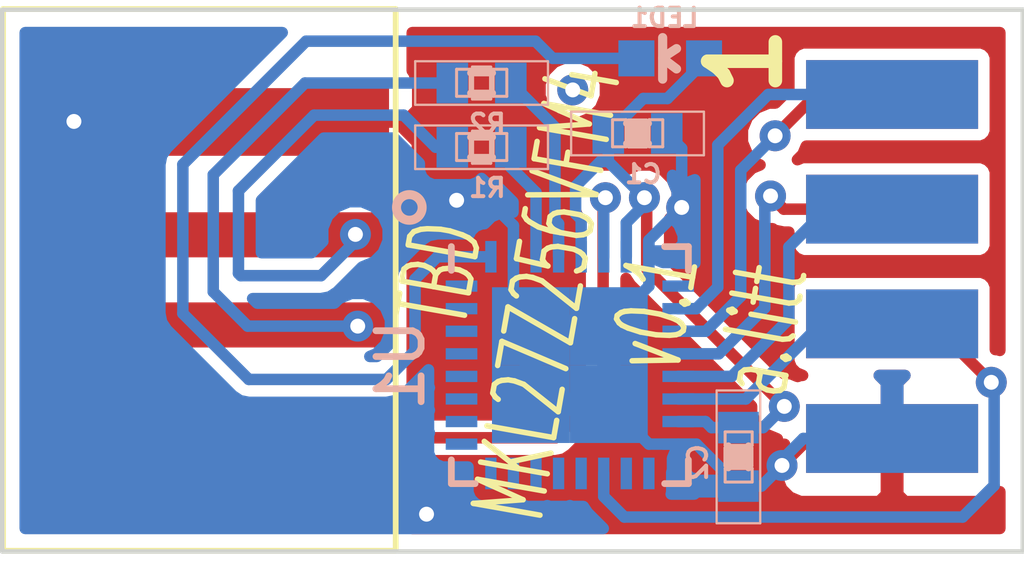
<source format=kicad_pcb>
(kicad_pcb (version 4) (host pcbnew "(2014-10-18 BZR 5203)-product")

  (general
    (links 28)
    (no_connects 0)
    (area 106.375999 88.849999 129.082001 100.951501)
    (thickness 1.6)
    (drawings 7)
    (tracks 180)
    (zones 0)
    (modules 8)
    (nets 15)
  )

  (page A4)
  (layers
    (0 F.Cu signal)
    (31 B.Cu signal)
    (32 B.Adhes user)
    (33 F.Adhes user)
    (34 B.Paste user)
    (35 F.Paste user)
    (36 B.SilkS user)
    (37 F.SilkS user)
    (38 B.Mask user)
    (39 F.Mask user)
    (40 Dwgs.User user)
    (41 Cmts.User user)
    (42 Eco1.User user)
    (43 Eco2.User user)
    (44 Edge.Cuts user)
    (45 Margin user)
    (46 B.CrtYd user)
    (47 F.CrtYd user)
    (48 B.Fab user)
    (49 F.Fab user)
  )

  (setup
    (last_trace_width 0.254)
    (trace_clearance 0.127)
    (zone_clearance 0.254)
    (zone_45_only no)
    (trace_min 0.254)
    (segment_width 0.2)
    (edge_width 0.1)
    (via_size 0.6858)
    (via_drill 0.3302)
    (via_min_size 0.6858)
    (via_min_drill 0.3302)
    (uvia_size 0.508)
    (uvia_drill 0.127)
    (uvias_allowed no)
    (uvia_min_size 0.508)
    (uvia_min_drill 0.127)
    (pcb_text_width 0.3)
    (pcb_text_size 1.5 1.5)
    (mod_edge_width 0.15)
    (mod_text_size 1 1)
    (mod_text_width 0.15)
    (pad_size 3.81 1.524)
    (pad_drill 0)
    (pad_to_mask_clearance 0)
    (aux_axis_origin 0 0)
    (visible_elements 7FFFFFFF)
    (pcbplotparams
      (layerselection 0x010f0_80000001)
      (usegerberextensions true)
      (excludeedgelayer true)
      (linewidth 0.100000)
      (plotframeref false)
      (viasonmask false)
      (mode 1)
      (useauxorigin false)
      (hpglpennumber 1)
      (hpglpenspeed 20)
      (hpglpendiameter 15)
      (hpglpenoverlay 2)
      (psnegative false)
      (psa4output false)
      (plotreference true)
      (plotvalue true)
      (plotinvisibletext false)
      (padsonsilk false)
      (subtractmaskfromsilk false)
      (outputformat 1)
      (mirror false)
      (drillshape 0)
      (scaleselection 1)
      (outputdirectory oshpark/))
  )

  (net 0 "")
  (net 1 +3.3V)
  (net 2 VSS)
  (net 3 "Net-(R1-Pad2)")
  (net 4 "Net-(R2-Pad2)")
  (net 5 LPUART0_RX)
  (net 6 SWD_CLK)
  (net 7 LPUART0_TX)
  (net 8 SWD_DIO)
  (net 9 /RESET)
  (net 10 /NMI)
  (net 11 "Net-(J1-Pad5V)")
  (net 12 "Net-(J1-PadDN)")
  (net 13 "Net-(J1-PadDP)")
  (net 14 "Net-(LED1-PadC)")

  (net_class Default "This is the default net class."
    (clearance 0.127)
    (trace_width 0.254)
    (via_dia 0.6858)
    (via_drill 0.3302)
    (uvia_dia 0.508)
    (uvia_drill 0.127)
    (add_net +3.3V)
    (add_net /NMI)
    (add_net /RESET)
    (add_net LPUART0_RX)
    (add_net LPUART0_TX)
    (add_net "Net-(J1-Pad5V)")
    (add_net "Net-(J1-PadDN)")
    (add_net "Net-(J1-PadDP)")
    (add_net "Net-(LED1-PadC)")
    (add_net "Net-(R1-Pad2)")
    (add_net "Net-(R2-Pad2)")
    (add_net SWD_CLK)
    (add_net SWD_DIO)
    (add_net VSS)
  )

  (module tbd:tbd_USB_A_PCB (layer F.Cu) (tedit 5500998B) (tstamp 54FF119C)
    (at 111.4425 94.886001)
    (path /54FE1B3E)
    (attr smd)
    (fp_text reference J1 (at -0.254 -5.2832) (layer F.SilkS) hide
      (effects (font (size 0.4064 0.4064) (thickness 0.0889)))
    )
    (fp_text value USBPCB (at -0.0508 4.8768) (layer F.SilkS) hide
      (effects (font (size 0.4064 0.4064) (thickness 0.0889)))
    )
    (fp_line (start -4.99872 -5.99948) (end 3.69824 -5.99948) (layer F.SilkS) (width 0.127))
    (fp_line (start 3.69824 -5.99948) (end 3.69824 5.99948) (layer F.SilkS) (width 0.127))
    (fp_line (start 3.69824 5.99948) (end -4.99872 5.99948) (layer F.SilkS) (width 0.127))
    (fp_line (start -4.99872 5.99948) (end -4.99872 -5.99948) (layer F.SilkS) (width 0.127))
    (pad 5V smd rect (at -0.19812 3.49758) (size 7.49808 1.4986) (layers F.Cu F.Paste F.Mask)
      (net 11 "Net-(J1-Pad5V)"))
    (pad GND smd rect (at -0.19812 -3.49758) (size 7.49808 1.4986) (layers F.Cu F.Paste F.Mask)
      (net 2 VSS))
    (pad DN smd rect (at 0.29972 0.99822) (size 6.49986 0.99822) (layers F.Cu F.Paste F.Mask)
      (net 12 "Net-(J1-PadDN)"))
    (pad DP smd rect (at 0.29972 -0.99822) (size 6.49986 0.99822) (layers F.Cu F.Paste F.Mask)
      (net 13 "Net-(J1-PadDP)"))
  )

  (module tbd:QFN-32-1EP_5x5mm_Pitch0.5mm (layer B.Cu) (tedit 550098C8) (tstamp 54FF5AF4)
    (at 118.999 96.774 270)
    (descr "UH Package; 32-Lead Plastic QFN (5mm x 5mm); (see Linear Technology QFN_32_05-08-1693.pdf)")
    (tags "QFN 0.5")
    (path /54FDF6EC)
    (attr smd)
    (fp_text reference U1 (at 0 3.75 270) (layer B.SilkS)
      (effects (font (size 1 1) (thickness 0.15)) (justify mirror))
    )
    (fp_text value MKL27ZxxxVFM4 (at 0 -3.75 270) (layer B.SilkS) hide
      (effects (font (size 1 1) (thickness 0.15)) (justify mirror))
    )
    (fp_line (start -3 3) (end -3 -3) (layer B.CrtYd) (width 0.05))
    (fp_line (start 3 3) (end 3 -3) (layer B.CrtYd) (width 0.05))
    (fp_line (start -3 3) (end 3 3) (layer B.CrtYd) (width 0.05))
    (fp_line (start -3 -3) (end 3 -3) (layer B.CrtYd) (width 0.05))
    (fp_line (start 2.625 2.625) (end 2.625 2.1) (layer B.SilkS) (width 0.15))
    (fp_line (start -2.625 -2.625) (end -2.625 -2.1) (layer B.SilkS) (width 0.15))
    (fp_line (start 2.625 -2.625) (end 2.625 -2.1) (layer B.SilkS) (width 0.15))
    (fp_line (start -2.625 2.625) (end -2.1 2.625) (layer B.SilkS) (width 0.15))
    (fp_line (start -2.625 -2.625) (end -2.1 -2.625) (layer B.SilkS) (width 0.15))
    (fp_line (start 2.625 -2.625) (end 2.1 -2.625) (layer B.SilkS) (width 0.15))
    (fp_line (start 2.625 2.625) (end 2.1 2.625) (layer B.SilkS) (width 0.15))
    (pad 1 smd rect (at -2.4 1.75 270) (size 0.7 0.25) (layers B.Cu B.Paste B.Mask)
      (net 14 "Net-(LED1-PadC)"))
    (pad 2 smd rect (at -2.4 1.25 270) (size 0.7 0.25) (layers B.Cu B.Paste B.Mask)
      (net 2 VSS))
    (pad 3 smd rect (at -2.4 0.75 270) (size 0.7 0.25) (layers B.Cu B.Paste B.Mask)
      (net 3 "Net-(R1-Pad2)"))
    (pad 4 smd rect (at -2.4 0.25 270) (size 0.7 0.25) (layers B.Cu B.Paste B.Mask)
      (net 4 "Net-(R2-Pad2)"))
    (pad 5 smd rect (at -2.4 -0.25 270) (size 0.7 0.25) (layers B.Cu B.Paste B.Mask)
      (net 1 +3.3V))
    (pad 6 smd rect (at -2.4 -0.75 270) (size 0.7 0.25) (layers B.Cu B.Paste B.Mask)
      (net 11 "Net-(J1-Pad5V)"))
    (pad 7 smd rect (at -2.4 -1.25 270) (size 0.7 0.25) (layers B.Cu B.Paste B.Mask)
      (net 1 +3.3V))
    (pad 8 smd rect (at -2.4 -1.75 270) (size 0.7 0.25) (layers B.Cu B.Paste B.Mask)
      (net 2 VSS))
    (pad 9 smd rect (at -1.75 -2.4 180) (size 0.7 0.25) (layers B.Cu B.Paste B.Mask))
    (pad 10 smd rect (at -1.25 -2.4 180) (size 0.7 0.25) (layers B.Cu B.Paste B.Mask)
      (net 6 SWD_CLK))
    (pad 11 smd rect (at -0.75 -2.4 180) (size 0.7 0.25) (layers B.Cu B.Paste B.Mask)
      (net 5 LPUART0_RX))
    (pad 12 smd rect (at -0.25 -2.4 180) (size 0.7 0.25) (layers B.Cu B.Paste B.Mask)
      (net 7 LPUART0_TX))
    (pad 13 smd rect (at 0.25 -2.4 180) (size 0.7 0.25) (layers B.Cu B.Paste B.Mask)
      (net 8 SWD_DIO))
    (pad 14 smd rect (at 0.75 -2.4 180) (size 0.7 0.25) (layers B.Cu B.Paste B.Mask)
      (net 10 /NMI))
    (pad 15 smd rect (at 1.25 -2.4 180) (size 0.7 0.25) (layers B.Cu B.Paste B.Mask)
      (net 1 +3.3V))
    (pad 16 smd rect (at 1.75 -2.4 180) (size 0.7 0.25) (layers B.Cu B.Paste B.Mask)
      (net 2 VSS))
    (pad 17 smd rect (at 2.4 -1.75 270) (size 0.7 0.25) (layers B.Cu B.Paste B.Mask))
    (pad 18 smd rect (at 2.4 -1.25 270) (size 0.7 0.25) (layers B.Cu B.Paste B.Mask))
    (pad 19 smd rect (at 2.4 -0.75 270) (size 0.7 0.25) (layers B.Cu B.Paste B.Mask)
      (net 9 /RESET))
    (pad 20 smd rect (at 2.4 -0.25 270) (size 0.7 0.25) (layers B.Cu B.Paste B.Mask))
    (pad 21 smd rect (at 2.4 0.25 270) (size 0.7 0.25) (layers B.Cu B.Paste B.Mask))
    (pad 22 smd rect (at 2.4 0.75 270) (size 0.7 0.25) (layers B.Cu B.Paste B.Mask))
    (pad 23 smd rect (at 2.4 1.25 270) (size 0.7 0.25) (layers B.Cu B.Paste B.Mask))
    (pad 24 smd rect (at 2.4 1.75 270) (size 0.7 0.25) (layers B.Cu B.Paste B.Mask))
    (pad 25 smd rect (at 1.75 2.4 180) (size 0.7 0.25) (layers B.Cu B.Paste B.Mask))
    (pad 26 smd rect (at 1.25 2.4 180) (size 0.7 0.25) (layers B.Cu B.Paste B.Mask))
    (pad 27 smd rect (at 0.75 2.4 180) (size 0.7 0.25) (layers B.Cu B.Paste B.Mask))
    (pad 28 smd rect (at 0.25 2.4 180) (size 0.7 0.25) (layers B.Cu B.Paste B.Mask))
    (pad 29 smd rect (at -0.25 2.4 180) (size 0.7 0.25) (layers B.Cu B.Paste B.Mask))
    (pad 30 smd rect (at -0.75 2.4 180) (size 0.7 0.25) (layers B.Cu B.Paste B.Mask))
    (pad 31 smd rect (at -1.25 2.4 180) (size 0.7 0.25) (layers B.Cu B.Paste B.Mask))
    (pad 32 smd rect (at -1.75 2.4 180) (size 0.7 0.25) (layers B.Cu B.Paste B.Mask))
    (pad 33 smd rect (at 0.8625 -0.8625 270) (size 1.725 1.725) (layers B.Cu B.Paste B.Mask)
      (net 2 VSS) (solder_paste_margin_ratio -0.2))
    (pad 33 smd rect (at 0.8625 0.8625 270) (size 1.725 1.725) (layers B.Cu B.Paste B.Mask)
      (net 2 VSS) (solder_paste_margin_ratio -0.2))
    (pad 33 smd rect (at -0.8625 -0.8625 270) (size 1.725 1.725) (layers B.Cu B.Paste B.Mask)
      (net 2 VSS) (solder_paste_margin_ratio -0.2))
    (pad 33 smd rect (at -0.8625 0.8625 270) (size 1.725 1.725) (layers B.Cu B.Paste B.Mask)
      (net 2 VSS) (solder_paste_margin_ratio -0.2))
    (model C:/dl/tbd/3d/QFN-32-1EP_5x5mm_Pitch0.5mm.wrl
      (at (xyz 0 0 0))
      (scale (xyz 1 1 1))
      (rotate (xyz 0 0 0))
    )
  )

  (module tbd:SparkFun-LED-0402 (layer B.Cu) (tedit 5500A448) (tstamp 54FF43FA)
    (at 121.2215 89.9795 270)
    (path /54FF2D4A)
    (attr smd)
    (fp_text reference LED1 (at -0.89916 0.127 540) (layer B.SilkS)
      (effects (font (size 0.4064 0.4064) (thickness 0.0889)) (justify mirror))
    )
    (fp_text value LED0603 (at 0.8763 0.2032 540) (layer B.SilkS) hide
      (effects (font (size 0.4064 0.4064) (thickness 0.0889)) (justify mirror))
    )
    (fp_line (start 0.45974 0.16764) (end 0 0.16764) (layer B.SilkS) (width 0.2032))
    (fp_line (start -0.45974 0.16764) (end 0 0.16764) (layer B.SilkS) (width 0.2032))
    (fp_line (start 0 0.16764) (end 0.23368 -0.1397) (layer B.SilkS) (width 0.2032))
    (fp_line (start -0.0254 0.1524) (end -0.2159 -0.1397) (layer B.SilkS) (width 0.2032))
    (pad A smd rect (at 0 -0.7493 270) (size 0.79756 0.79756) (layers B.Cu B.Paste B.Mask)
      (net 1 +3.3V))
    (pad C smd rect (at 0 0.7493 270) (size 0.79756 0.79756) (layers B.Cu B.Paste B.Mask)
      (net 14 "Net-(LED1-PadC)"))
    (model smd/resistors/r_0402.wrl
      (at (xyz 0 0 0))
      (scale (xyz 1 1 1))
      (rotate (xyz 0 0 90))
    )
  )

  (module tbd:SparkFun-0402-RES (layer B.Cu) (tedit 5500986A) (tstamp 54FF3D43)
    (at 117.0432 90.5256)
    (descr CAPACITOR)
    (tags CAPACITOR)
    (path /54FE2512)
    (attr smd)
    (fp_text reference R2 (at 0.127 0.89916) (layer B.SilkS)
      (effects (font (size 0.4064 0.4064) (thickness 0.0889)) (justify mirror))
    )
    (fp_text value 33R (at 0.1397 -0.9398) (layer B.SilkS) hide
      (effects (font (size 0.4064 0.4064) (thickness 0.0889)) (justify mirror))
    )
    (fp_line (start -0.55372 -0.3048) (end -0.254 -0.3048) (layer B.SilkS) (width 0.06604))
    (fp_line (start -0.254 -0.3048) (end -0.254 0.29464) (layer B.SilkS) (width 0.06604))
    (fp_line (start -0.55372 0.29464) (end -0.254 0.29464) (layer B.SilkS) (width 0.06604))
    (fp_line (start -0.55372 -0.3048) (end -0.55372 0.29464) (layer B.SilkS) (width 0.06604))
    (fp_line (start 0.25654 -0.3048) (end 0.5588 -0.3048) (layer B.SilkS) (width 0.06604))
    (fp_line (start 0.5588 -0.3048) (end 0.5588 0.29464) (layer B.SilkS) (width 0.06604))
    (fp_line (start 0.25654 0.29464) (end 0.5588 0.29464) (layer B.SilkS) (width 0.06604))
    (fp_line (start 0.25654 -0.3048) (end 0.25654 0.29464) (layer B.SilkS) (width 0.06604))
    (fp_line (start -0.19812 -0.29972) (end 0.19812 -0.29972) (layer B.SilkS) (width 0.06604))
    (fp_line (start 0.19812 -0.29972) (end 0.19812 0.29972) (layer B.SilkS) (width 0.06604))
    (fp_line (start -0.19812 0.29972) (end 0.19812 0.29972) (layer B.SilkS) (width 0.06604))
    (fp_line (start -0.19812 -0.29972) (end -0.19812 0.29972) (layer B.SilkS) (width 0.06604))
    (fp_line (start -0.2032 -0.3556) (end 0.2032 -0.3556) (layer B.SilkS) (width 0.06604))
    (fp_line (start 0.2032 -0.3556) (end 0.2032 0.3556) (layer B.SilkS) (width 0.06604))
    (fp_line (start -0.2032 0.3556) (end 0.2032 0.3556) (layer B.SilkS) (width 0.06604))
    (fp_line (start -0.2032 -0.3556) (end -0.2032 0.3556) (layer B.SilkS) (width 0.06604))
    (fp_line (start -0.24384 0.22352) (end 0.24384 0.22352) (layer B.SilkS) (width 0.1524))
    (fp_line (start 0.24384 -0.22352) (end -0.24384 -0.22352) (layer B.SilkS) (width 0.1524))
    (fp_line (start -1.47066 0.4826) (end 1.47066 0.4826) (layer B.SilkS) (width 0.0508))
    (fp_line (start 1.47066 0.4826) (end 1.47066 -0.4826) (layer B.SilkS) (width 0.0508))
    (fp_line (start 1.47066 -0.4826) (end -1.47066 -0.4826) (layer B.SilkS) (width 0.0508))
    (fp_line (start -1.47066 -0.4826) (end -1.47066 0.4826) (layer B.SilkS) (width 0.0508))
    (pad 1 smd rect (at -0.6477 0) (size 0.6985 0.89916) (layers B.Cu B.Paste B.Mask)
      (net 12 "Net-(J1-PadDN)"))
    (pad 2 smd rect (at 0.6477 0) (size 0.6985 0.89916) (layers B.Cu B.Paste B.Mask)
      (net 4 "Net-(R2-Pad2)"))
    (model smd/resistors/r_0402.wrl
      (at (xyz 0 0 0))
      (scale (xyz 1 1 1))
      (rotate (xyz 0 0 0))
    )
  )

  (module tbd:SparkFun-0402-RES (layer B.Cu) (tedit 5500986A) (tstamp 54FF3D3E)
    (at 117.0432 91.948)
    (descr CAPACITOR)
    (tags CAPACITOR)
    (path /54FE2573)
    (attr smd)
    (fp_text reference R1 (at 0.127 0.89916) (layer B.SilkS)
      (effects (font (size 0.4064 0.4064) (thickness 0.0889)) (justify mirror))
    )
    (fp_text value 33R (at 0.1397 -0.9398) (layer B.SilkS) hide
      (effects (font (size 0.4064 0.4064) (thickness 0.0889)) (justify mirror))
    )
    (fp_line (start -0.55372 -0.3048) (end -0.254 -0.3048) (layer B.SilkS) (width 0.06604))
    (fp_line (start -0.254 -0.3048) (end -0.254 0.29464) (layer B.SilkS) (width 0.06604))
    (fp_line (start -0.55372 0.29464) (end -0.254 0.29464) (layer B.SilkS) (width 0.06604))
    (fp_line (start -0.55372 -0.3048) (end -0.55372 0.29464) (layer B.SilkS) (width 0.06604))
    (fp_line (start 0.25654 -0.3048) (end 0.5588 -0.3048) (layer B.SilkS) (width 0.06604))
    (fp_line (start 0.5588 -0.3048) (end 0.5588 0.29464) (layer B.SilkS) (width 0.06604))
    (fp_line (start 0.25654 0.29464) (end 0.5588 0.29464) (layer B.SilkS) (width 0.06604))
    (fp_line (start 0.25654 -0.3048) (end 0.25654 0.29464) (layer B.SilkS) (width 0.06604))
    (fp_line (start -0.19812 -0.29972) (end 0.19812 -0.29972) (layer B.SilkS) (width 0.06604))
    (fp_line (start 0.19812 -0.29972) (end 0.19812 0.29972) (layer B.SilkS) (width 0.06604))
    (fp_line (start -0.19812 0.29972) (end 0.19812 0.29972) (layer B.SilkS) (width 0.06604))
    (fp_line (start -0.19812 -0.29972) (end -0.19812 0.29972) (layer B.SilkS) (width 0.06604))
    (fp_line (start -0.2032 -0.3556) (end 0.2032 -0.3556) (layer B.SilkS) (width 0.06604))
    (fp_line (start 0.2032 -0.3556) (end 0.2032 0.3556) (layer B.SilkS) (width 0.06604))
    (fp_line (start -0.2032 0.3556) (end 0.2032 0.3556) (layer B.SilkS) (width 0.06604))
    (fp_line (start -0.2032 -0.3556) (end -0.2032 0.3556) (layer B.SilkS) (width 0.06604))
    (fp_line (start -0.24384 0.22352) (end 0.24384 0.22352) (layer B.SilkS) (width 0.1524))
    (fp_line (start 0.24384 -0.22352) (end -0.24384 -0.22352) (layer B.SilkS) (width 0.1524))
    (fp_line (start -1.47066 0.4826) (end 1.47066 0.4826) (layer B.SilkS) (width 0.0508))
    (fp_line (start 1.47066 0.4826) (end 1.47066 -0.4826) (layer B.SilkS) (width 0.0508))
    (fp_line (start 1.47066 -0.4826) (end -1.47066 -0.4826) (layer B.SilkS) (width 0.0508))
    (fp_line (start -1.47066 -0.4826) (end -1.47066 0.4826) (layer B.SilkS) (width 0.0508))
    (pad 1 smd rect (at -0.6477 0) (size 0.6985 0.89916) (layers B.Cu B.Paste B.Mask)
      (net 13 "Net-(J1-PadDP)"))
    (pad 2 smd rect (at 0.6477 0) (size 0.6985 0.89916) (layers B.Cu B.Paste B.Mask)
      (net 3 "Net-(R1-Pad2)"))
    (model smd/resistors/r_0402.wrl
      (at (xyz 0 0 0))
      (scale (xyz 1 1 1))
      (rotate (xyz 0 0 0))
    )
  )

  (module tbd:SparkFun-0402-CAP (layer B.Cu) (tedit 55009847) (tstamp 54FF3D24)
    (at 120.4976 91.6432)
    (descr CAPACITOR)
    (tags CAPACITOR)
    (path /54FE2758)
    (attr smd)
    (fp_text reference C1 (at 0.127 0.89916) (layer B.SilkS)
      (effects (font (size 0.4064 0.4064) (thickness 0.0889)) (justify mirror))
    )
    (fp_text value 100nF (at 0.1397 -0.9398) (layer B.SilkS) hide
      (effects (font (size 0.4064 0.4064) (thickness 0.0889)) (justify mirror))
    )
    (fp_line (start -0.55372 -0.3048) (end -0.254 -0.3048) (layer B.SilkS) (width 0.06604))
    (fp_line (start -0.254 -0.3048) (end -0.254 0.29464) (layer B.SilkS) (width 0.06604))
    (fp_line (start -0.55372 0.29464) (end -0.254 0.29464) (layer B.SilkS) (width 0.06604))
    (fp_line (start -0.55372 -0.3048) (end -0.55372 0.29464) (layer B.SilkS) (width 0.06604))
    (fp_line (start 0.25654 -0.3048) (end 0.5588 -0.3048) (layer B.SilkS) (width 0.06604))
    (fp_line (start 0.5588 -0.3048) (end 0.5588 0.29464) (layer B.SilkS) (width 0.06604))
    (fp_line (start 0.25654 0.29464) (end 0.5588 0.29464) (layer B.SilkS) (width 0.06604))
    (fp_line (start 0.25654 -0.3048) (end 0.25654 0.29464) (layer B.SilkS) (width 0.06604))
    (fp_line (start -0.19812 -0.29972) (end 0.19812 -0.29972) (layer B.SilkS) (width 0.06604))
    (fp_line (start 0.19812 -0.29972) (end 0.19812 0.29972) (layer B.SilkS) (width 0.06604))
    (fp_line (start -0.19812 0.29972) (end 0.19812 0.29972) (layer B.SilkS) (width 0.06604))
    (fp_line (start -0.19812 -0.29972) (end -0.19812 0.29972) (layer B.SilkS) (width 0.06604))
    (fp_line (start -0.24384 0.22352) (end 0.24384 0.22352) (layer B.SilkS) (width 0.1524))
    (fp_line (start 0.24384 -0.22352) (end -0.24384 -0.22352) (layer B.SilkS) (width 0.1524))
    (fp_line (start -1.47066 0.4826) (end 1.47066 0.4826) (layer B.SilkS) (width 0.0508))
    (fp_line (start 1.47066 0.4826) (end 1.47066 -0.4826) (layer B.SilkS) (width 0.0508))
    (fp_line (start 1.47066 -0.4826) (end -1.47066 -0.4826) (layer B.SilkS) (width 0.0508))
    (fp_line (start -1.47066 -0.4826) (end -1.47066 0.4826) (layer B.SilkS) (width 0.0508))
    (fp_line (start 0 0.03048) (end 0 -0.03048) (layer B.SilkS) (width 0.4064))
    (pad 1 smd rect (at -0.6477 0) (size 0.6985 0.89916) (layers B.Cu B.Paste B.Mask)
      (net 1 +3.3V))
    (pad 2 smd rect (at 0.6477 0) (size 0.6985 0.89916) (layers B.Cu B.Paste B.Mask)
      (net 2 VSS))
    (model Capacitors_SMD/C_0402E.wrl
      (at (xyz 0 0 0))
      (scale (xyz 1 1 1))
      (rotate (xyz 0 0 0))
    )
  )

  (module tbd:SparkFun-0402-CAP (layer B.Cu) (tedit 55009847) (tstamp 54FF3D29)
    (at 122.7328 98.806 270)
    (descr CAPACITOR)
    (tags CAPACITOR)
    (path /54FE2A45)
    (attr smd)
    (fp_text reference C2 (at 0.127 0.89916 270) (layer B.SilkS)
      (effects (font (size 0.4064 0.4064) (thickness 0.0889)) (justify mirror))
    )
    (fp_text value 100nF (at 0.1397 -0.9398 270) (layer B.SilkS) hide
      (effects (font (size 0.4064 0.4064) (thickness 0.0889)) (justify mirror))
    )
    (fp_line (start -0.55372 -0.3048) (end -0.254 -0.3048) (layer B.SilkS) (width 0.06604))
    (fp_line (start -0.254 -0.3048) (end -0.254 0.29464) (layer B.SilkS) (width 0.06604))
    (fp_line (start -0.55372 0.29464) (end -0.254 0.29464) (layer B.SilkS) (width 0.06604))
    (fp_line (start -0.55372 -0.3048) (end -0.55372 0.29464) (layer B.SilkS) (width 0.06604))
    (fp_line (start 0.25654 -0.3048) (end 0.5588 -0.3048) (layer B.SilkS) (width 0.06604))
    (fp_line (start 0.5588 -0.3048) (end 0.5588 0.29464) (layer B.SilkS) (width 0.06604))
    (fp_line (start 0.25654 0.29464) (end 0.5588 0.29464) (layer B.SilkS) (width 0.06604))
    (fp_line (start 0.25654 -0.3048) (end 0.25654 0.29464) (layer B.SilkS) (width 0.06604))
    (fp_line (start -0.19812 -0.29972) (end 0.19812 -0.29972) (layer B.SilkS) (width 0.06604))
    (fp_line (start 0.19812 -0.29972) (end 0.19812 0.29972) (layer B.SilkS) (width 0.06604))
    (fp_line (start -0.19812 0.29972) (end 0.19812 0.29972) (layer B.SilkS) (width 0.06604))
    (fp_line (start -0.19812 -0.29972) (end -0.19812 0.29972) (layer B.SilkS) (width 0.06604))
    (fp_line (start -0.24384 0.22352) (end 0.24384 0.22352) (layer B.SilkS) (width 0.1524))
    (fp_line (start 0.24384 -0.22352) (end -0.24384 -0.22352) (layer B.SilkS) (width 0.1524))
    (fp_line (start -1.47066 0.4826) (end 1.47066 0.4826) (layer B.SilkS) (width 0.0508))
    (fp_line (start 1.47066 0.4826) (end 1.47066 -0.4826) (layer B.SilkS) (width 0.0508))
    (fp_line (start 1.47066 -0.4826) (end -1.47066 -0.4826) (layer B.SilkS) (width 0.0508))
    (fp_line (start -1.47066 -0.4826) (end -1.47066 0.4826) (layer B.SilkS) (width 0.0508))
    (fp_line (start 0 0.03048) (end 0 -0.03048) (layer B.SilkS) (width 0.4064))
    (pad 1 smd rect (at -0.6477 0 270) (size 0.6985 0.89916) (layers B.Cu B.Paste B.Mask)
      (net 1 +3.3V))
    (pad 2 smd rect (at 0.6477 0 270) (size 0.6985 0.89916) (layers B.Cu B.Paste B.Mask)
      (net 2 VSS))
    (model Capacitors_SMD/C_0402E.wrl
      (at (xyz 0 0 0))
      (scale (xyz 1 1 1))
      (rotate (xyz 0 0 0))
    )
  )

  (module tbd:hdr-boardedge-4x2 (layer F.Cu) (tedit 54FF4C96) (tstamp 54FF3D33)
    (at 126.1364 94.5896)
    (path /54FF1C3E)
    (attr virtual)
    (fp_text reference P1 (at 0 6.35) (layer Dwgs.User) hide
      (effects (font (size 0.5 0.5) (thickness 0.125)))
    )
    (fp_text value CONN_02X04 (at 0 6.35) (layer Dwgs.User) hide
      (effects (font (size 0.5 0.5) (thickness 0.125)))
    )
    (pad 1 smd rect (at 0 -3.81) (size 3.81 1.524) (layers F.Cu F.Paste F.Mask)
      (net 5 LPUART0_RX))
    (pad 3 smd rect (at 0 -1.27) (size 3.81 1.524) (layers F.Cu F.Paste F.Mask)
      (net 7 LPUART0_TX))
    (pad 5 smd rect (at 0 1.27) (size 3.81 1.524) (layers F.Cu F.Paste F.Mask)
      (net 9 /RESET))
    (pad 7 smd rect (at 0 3.81) (size 3.81 1.524) (layers F.Cu F.Paste F.Mask)
      (net 2 VSS))
    (pad 4 smd rect (at 0 -1.27) (size 3.81 1.524) (layers B.Cu B.Paste B.Mask)
      (net 8 SWD_DIO))
    (pad 6 smd rect (at 0 1.27) (size 3.81 1.524) (layers B.Cu B.Paste B.Mask)
      (net 10 /NMI))
    (pad 8 smd rect (at 0 3.81) (size 3.81 1.524) (layers B.Cu B.Paste B.Mask)
      (net 2 VSS))
    (pad 2 smd rect (at 0 -3.81) (size 3.81 1.524) (layers B.Cu B.Paste B.Mask)
      (net 6 SWD_CLK))
    (model Pin_Headers/Pin_Header_Straight_2x04.wrl
      (at (xyz 0.105 0 -0.032))
      (scale (xyz 1 1 1))
      (rotate (xyz 90 0 90))
    )
  )

  (gr_text 1 (at 122.8725 90.043 90) (layer F.SilkS)
    (effects (font (size 1.5 1.5) (thickness 0.3)))
  )
  (gr_circle (center 115.443 93.2815) (end 115.697 93.1545) (layer B.SilkS) (width 0.2))
  (gr_line (start 106.426 88.9) (end 129.032 88.9) (angle 90) (layer Edge.Cuts) (width 0.1))
  (gr_line (start 129.032 100.9015) (end 106.426 100.9015) (angle 90) (layer Edge.Cuts) (width 0.1))
  (gr_text "TBD\nMKL27Z256VFM4\nv0.1\na.litt" (at 119.6975 95.377 80) (layer F.SilkS)
    (effects (font (size 1.5 0.8142) (thickness 0.121)))
  )
  (gr_line (start 106.426 100.9015) (end 106.426 88.9) (angle 90) (layer Edge.Cuts) (width 0.1))
  (gr_line (start 129.032 100.9015) (end 129.032 88.9) (angle 90) (layer Edge.Cuts) (width 0.1))

  (via (at 119.0625 90.678) (size 0.6858) (layers F.Cu B.Cu) (net 0))
  (segment (start 121.9708 89.9795) (end 121.9708 90.0557) (width 0.254) (layer B.Cu) (net 1))
  (segment (start 121.9708 90.0557) (end 121.158 90.8685) (width 0.254) (layer B.Cu) (net 1) (tstamp 55008BFF))
  (segment (start 121.158 90.8685) (end 120.6246 90.8685) (width 0.254) (layer B.Cu) (net 1) (tstamp 55008C01))
  (segment (start 120.6246 90.8685) (end 119.8499 91.6432) (width 0.254) (layer B.Cu) (net 1) (tstamp 55008C04))
  (segment (start 122.7328 98.1583) (end 122.1359 98.1583) (width 0.254) (layer B.Cu) (net 1))
  (segment (start 122.0016 98.024) (end 121.399 98.024) (width 0.254) (layer B.Cu) (net 1) (tstamp 55007D45))
  (segment (start 122.1359 98.1583) (end 122.0016 98.024) (width 0.254) (layer B.Cu) (net 1) (tstamp 55007D42))
  (segment (start 119.8499 92.2655) (end 119.6721 92.2655) (width 0.254) (layer B.Cu) (net 1))
  (segment (start 119.249 93.5442) (end 119.249 94.374) (width 0.254) (layer B.Cu) (net 1) (tstamp 55007BD3))
  (segment (start 119.126 93.4212) (end 119.249 93.5442) (width 0.254) (layer B.Cu) (net 1) (tstamp 55007BD1))
  (segment (start 119.126 92.8116) (end 119.126 93.4212) (width 0.254) (layer B.Cu) (net 1) (tstamp 55007BD0))
  (segment (start 119.6721 92.2655) (end 119.126 92.8116) (width 0.254) (layer B.Cu) (net 1) (tstamp 55007BCB))
  (segment (start 120.65 93.0656) (end 120.65 93.218) (width 0.254) (layer B.Cu) (net 1))
  (segment (start 120.249 93.619) (end 120.249 94.374) (width 0.254) (layer B.Cu) (net 1) (tstamp 55007BC7))
  (segment (start 120.65 93.218) (end 120.249 93.619) (width 0.254) (layer B.Cu) (net 1) (tstamp 55007BC4))
  (segment (start 119.8499 91.6432) (end 119.8499 92.2655) (width 0.254) (layer B.Cu) (net 1))
  (segment (start 123.2789 98.1583) (end 122.7328 98.1583) (width 0.254) (layer B.Cu) (net 1) (tstamp 55007BC0))
  (segment (start 123.7488 97.6884) (end 123.2789 98.1583) (width 0.254) (layer B.Cu) (net 1) (tstamp 55007BBF))
  (via (at 123.7488 97.6884) (size 0.6858) (layers F.Cu B.Cu) (net 1))
  (segment (start 120.7008 94.6404) (end 123.7488 97.6884) (width 0.254) (layer F.Cu) (net 1) (tstamp 55007BB3))
  (segment (start 120.7008 93.1164) (end 120.7008 94.6404) (width 0.254) (layer F.Cu) (net 1) (tstamp 55007BA5))
  (segment (start 120.65 93.0656) (end 120.7008 93.1164) (width 0.254) (layer F.Cu) (net 1) (tstamp 55007BA4))
  (via (at 120.65 93.0656) (size 0.6858) (layers F.Cu B.Cu) (net 1))
  (segment (start 119.8499 92.2655) (end 120.65 93.0656) (width 0.254) (layer B.Cu) (net 1) (tstamp 55007B9C))
  (segment (start 122.7328 98.1583) (end 123.1773 98.1583) (width 0.254) (layer B.Cu) (net 1))
  (segment (start 119.8499 91.6432) (end 119.8499 91.5543) (width 0.254) (layer B.Cu) (net 1) (status 30))
  (segment (start 119.8499 91.6432) (end 119.8499 92.0623) (width 0.254) (layer B.Cu) (net 1) (status 30))
  (segment (start 119.8499 91.6432) (end 119.8499 91.9861) (width 0.254) (layer B.Cu) (net 1) (status 30))
  (segment (start 119.8499 91.6432) (end 119.8499 91.7575) (width 0.254) (layer B.Cu) (net 1) (status 30))
  (segment (start 123.698 98.9965) (end 123.698 98.8695) (width 0.254) (layer B.Cu) (net 2))
  (segment (start 124.1679 98.3996) (end 126.1364 98.3996) (width 0.254) (layer B.Cu) (net 2) (tstamp 55008F07))
  (segment (start 123.698 98.8695) (end 124.1679 98.3996) (width 0.254) (layer B.Cu) (net 2) (tstamp 55008F03))
  (segment (start 122.7328 99.4537) (end 123.2408 99.4537) (width 0.254) (layer B.Cu) (net 2))
  (segment (start 123.698 98.9965) (end 124.2949 98.3996) (width 0.254) (layer F.Cu) (net 2) (tstamp 55008EFD))
  (via (at 123.698 98.9965) (size 0.6858) (layers F.Cu B.Cu) (net 2))
  (segment (start 123.2408 99.4537) (end 123.698 98.9965) (width 0.254) (layer B.Cu) (net 2) (tstamp 55008EF9))
  (segment (start 124.2949 98.3996) (end 126.1364 98.3996) (width 0.254) (layer F.Cu) (net 2) (tstamp 55008EFE))
  (segment (start 115.824 100.076) (end 107.2515 100.076) (width 0.254) (layer B.Cu) (net 2))
  (via (at 115.824 100.076) (size 0.6858) (layers F.Cu B.Cu) (net 2))
  (segment (start 108.0135 91.3765) (end 108.025421 91.388421) (width 0.254) (layer F.Cu) (net 2) (tstamp 55008E3E))
  (via (at 108.0135 91.3765) (size 0.6858) (layers F.Cu B.Cu) (net 2))
  (segment (start 107.1245 92.2655) (end 108.0135 91.3765) (width 0.254) (layer B.Cu) (net 2) (tstamp 55008E3A))
  (segment (start 107.1245 99.949) (end 107.1245 92.2655) (width 0.254) (layer B.Cu) (net 2) (tstamp 55008E36))
  (segment (start 107.2515 100.076) (end 107.1245 99.949) (width 0.254) (layer B.Cu) (net 2) (tstamp 55008E2F))
  (segment (start 108.025421 91.388421) (end 111.24438 91.388421) (width 0.254) (layer F.Cu) (net 2) (tstamp 55008E3F))
  (segment (start 121.4755 93.2815) (end 121.4755 91.9734) (width 0.254) (layer B.Cu) (net 2))
  (segment (start 121.4755 91.9734) (end 121.1453 91.6432) (width 0.254) (layer B.Cu) (net 2) (tstamp 550089DF))
  (segment (start 120.749 94.374) (end 120.749 94.008) (width 0.254) (layer B.Cu) (net 2))
  (segment (start 117.4115 92.202) (end 116.49075 93.12275) (width 0.254) (layer F.Cu) (net 2) (tstamp 550089D8))
  (segment (start 121.285 92.202) (end 117.4115 92.202) (width 0.254) (layer F.Cu) (net 2) (tstamp 550089D7))
  (segment (start 121.412 92.329) (end 121.285 92.202) (width 0.254) (layer F.Cu) (net 2) (tstamp 550089D5))
  (segment (start 121.412 93.218) (end 121.412 92.329) (width 0.254) (layer F.Cu) (net 2) (tstamp 550089D1))
  (segment (start 121.4755 93.2815) (end 121.412 93.218) (width 0.254) (layer F.Cu) (net 2) (tstamp 550089D0))
  (via (at 121.4755 93.2815) (size 0.6858) (layers F.Cu B.Cu) (net 2))
  (segment (start 120.749 94.008) (end 121.4755 93.2815) (width 0.254) (layer B.Cu) (net 2) (tstamp 550089C9))
  (segment (start 119.8615 97.6365) (end 118.1365 97.6365) (width 0.254) (layer B.Cu) (net 2))
  (segment (start 118.1365 97.6365) (end 118.1365 95.9115) (width 0.254) (layer B.Cu) (net 2) (tstamp 55008946))
  (segment (start 118.1365 95.9115) (end 119.8615 95.9115) (width 0.254) (layer B.Cu) (net 2) (tstamp 55008947))
  (segment (start 119.8615 95.9115) (end 119.8615 97.6365) (width 0.254) (layer B.Cu) (net 2) (tstamp 55008948))
  (segment (start 121.399 98.524) (end 120.749 98.524) (width 0.254) (layer B.Cu) (net 2))
  (segment (start 120.749 98.524) (end 119.8615 97.6365) (width 0.254) (layer B.Cu) (net 2) (tstamp 55008895))
  (segment (start 120.749 94.374) (end 120.749 95.024) (width 0.254) (layer B.Cu) (net 2))
  (segment (start 120.749 95.024) (end 119.8615 95.9115) (width 0.254) (layer B.Cu) (net 2) (tstamp 55008892))
  (segment (start 117.749 94.374) (end 117.749 95.524) (width 0.254) (layer B.Cu) (net 2))
  (segment (start 117.749 95.524) (end 118.1365 95.9115) (width 0.254) (layer B.Cu) (net 2) (tstamp 5500888B))
  (via (at 116.49075 93.12275) (size 0.6858) (layers F.Cu B.Cu) (net 2))
  (segment (start 116.713 93.345) (end 116.49075 93.12275) (width 0.254) (layer B.Cu) (net 2) (tstamp 5500804F))
  (segment (start 116.713 93.345) (end 117.4115 93.345) (width 0.254) (layer B.Cu) (net 2) (tstamp 55008050))
  (segment (start 117.4115 93.345) (end 117.749 93.6825) (width 0.254) (layer B.Cu) (net 2) (tstamp 55008051))
  (segment (start 117.749 94.374) (end 117.749 93.6825) (width 0.254) (layer B.Cu) (net 2) (tstamp 55008052))
  (segment (start 126.1364 98.3996) (end 125.5776 98.3996) (width 0.254) (layer F.Cu) (net 2))
  (segment (start 122.7328 99.4537) (end 122.9487 99.4537) (width 0.254) (layer B.Cu) (net 2))
  (segment (start 121.399 98.524) (end 121.8031 98.524) (width 0.254) (layer B.Cu) (net 2))
  (segment (start 121.8031 98.524) (end 122.7328 99.4537) (width 0.254) (layer B.Cu) (net 2) (tstamp 55007BEB))
  (segment (start 122.7328 99.4537) (end 122.7963 99.4537) (width 0.254) (layer B.Cu) (net 2) (status 30))
  (segment (start 120.749 94.374) (end 120.749 94.0715) (width 0.254) (layer B.Cu) (net 2) (status 30))
  (segment (start 120.749 94.374) (end 120.8148 94.374) (width 0.254) (layer B.Cu) (net 2))
  (segment (start 121.1453 91.6432) (end 121.3104 91.6432) (width 0.254) (layer B.Cu) (net 2) (status 30))
  (segment (start 115.366021 91.388421) (end 115.4176 91.44) (width 0.254) (layer F.Cu) (net 2) (tstamp 54FF572B))
  (segment (start 111.24438 91.388421) (end 115.366021 91.388421) (width 0.254) (layer F.Cu) (net 2))
  (segment (start 116.49075 93.12275) (end 116.4844 93.1164) (width 0.254) (layer F.Cu) (net 2) (tstamp 5500804C))
  (segment (start 115.162821 91.388421) (end 111.24438 91.388421) (width 0.254) (layer F.Cu) (net 2) (tstamp 54FF5825))
  (segment (start 115.6208 91.8464) (end 115.162821 91.388421) (width 0.254) (layer F.Cu) (net 2) (tstamp 54FF5824))
  (segment (start 115.6208 92.8116) (end 115.6208 91.8464) (width 0.254) (layer F.Cu) (net 2) (tstamp 54FF5823))
  (segment (start 115.9256 93.1164) (end 115.6208 92.8116) (width 0.254) (layer F.Cu) (net 2) (tstamp 54FF5822))
  (segment (start 116.4844 93.1164) (end 115.9256 93.1164) (width 0.254) (layer F.Cu) (net 2) (tstamp 54FF5821))
  (segment (start 117.6909 91.948) (end 117.6909 92.3925) (width 0.254) (layer B.Cu) (net 3))
  (segment (start 117.6909 92.3925) (end 118.249 92.9506) (width 0.254) (layer B.Cu) (net 3) (tstamp 55007CD3))
  (segment (start 118.249 92.9506) (end 118.249 94.374) (width 0.254) (layer B.Cu) (net 3) (tstamp 55007CD7))
  (segment (start 118.749 94.374) (end 118.749 93.641798) (width 0.254) (layer B.Cu) (net 4))
  (segment (start 118.6688 91.5035) (end 117.6909 90.5256) (width 0.254) (layer B.Cu) (net 4) (tstamp 55007CE4))
  (segment (start 118.6688 93.561598) (end 118.6688 91.5035) (width 0.254) (layer B.Cu) (net 4) (tstamp 55007CE2))
  (segment (start 118.749 93.641798) (end 118.6688 93.561598) (width 0.254) (layer B.Cu) (net 4) (tstamp 55007CE0))
  (segment (start 117.8687 90.5256) (end 117.6909 90.5256) (width 0.254) (layer B.Cu) (net 4) (tstamp 54FF45F1) (status 30))
  (segment (start 126.1364 90.7796) (end 124.46 90.7796) (width 0.254) (layer F.Cu) (net 5))
  (segment (start 124.46 90.7796) (end 123.5456 91.694) (width 0.254) (layer F.Cu) (net 5) (tstamp 550078ED))
  (segment (start 122.0096 96.024) (end 121.399 96.024) (width 0.254) (layer B.Cu) (net 5) (tstamp 55007903))
  (segment (start 122.7836 95.25) (end 122.0096 96.024) (width 0.254) (layer B.Cu) (net 5) (tstamp 550078FE))
  (segment (start 122.7836 92.456) (end 122.7836 95.25) (width 0.254) (layer B.Cu) (net 5) (tstamp 550078FB))
  (segment (start 123.5456 91.694) (end 122.7836 92.456) (width 0.254) (layer B.Cu) (net 5) (tstamp 550078FA))
  (via (at 123.5456 91.694) (size 0.6858) (layers F.Cu B.Cu) (net 5))
  (segment (start 124.5108 90.7796) (end 126.1364 90.7796) (width 0.254) (layer F.Cu) (net 5) (tstamp 54FF5458))
  (segment (start 121.399 95.524) (end 121.7984 95.524) (width 0.254) (layer B.Cu) (net 6))
  (segment (start 123.3932 90.7796) (end 126.1364 90.7796) (width 0.254) (layer B.Cu) (net 6) (tstamp 55007913))
  (segment (start 122.2756 91.8972) (end 123.3932 90.7796) (width 0.254) (layer B.Cu) (net 6) (tstamp 55007911))
  (segment (start 122.2756 95.0468) (end 122.2756 91.8972) (width 0.254) (layer B.Cu) (net 6) (tstamp 5500790E))
  (segment (start 121.7984 95.524) (end 122.2756 95.0468) (width 0.254) (layer B.Cu) (net 6) (tstamp 5500790B))
  (segment (start 121.399 96.524) (end 122.297 96.524) (width 0.254) (layer B.Cu) (net 7))
  (segment (start 123.7361 93.3196) (end 126.1364 93.3196) (width 0.254) (layer F.Cu) (net 7) (tstamp 5500817C))
  (segment (start 123.444 93.0275) (end 123.7361 93.3196) (width 0.254) (layer F.Cu) (net 7) (tstamp 5500817B))
  (via (at 123.444 93.0275) (size 0.6858) (layers F.Cu B.Cu) (net 7))
  (segment (start 123.317 93.1545) (end 123.444 93.0275) (width 0.254) (layer B.Cu) (net 7) (tstamp 55008178))
  (segment (start 123.317 95.504) (end 123.317 93.1545) (width 0.254) (layer B.Cu) (net 7) (tstamp 5500816F))
  (segment (start 122.297 96.524) (end 123.317 95.504) (width 0.254) (layer B.Cu) (net 7) (tstamp 5500816B))
  (segment (start 121.399 97.024) (end 122.5844 97.024) (width 0.254) (layer B.Cu) (net 8))
  (segment (start 123.8504 94.157798) (end 124.688598 93.3196) (width 0.254) (layer B.Cu) (net 8) (tstamp 5500793D))
  (segment (start 123.8504 95.758) (end 123.8504 94.157798) (width 0.254) (layer B.Cu) (net 8) (tstamp 5500793A))
  (segment (start 122.5844 97.024) (end 123.8504 95.758) (width 0.254) (layer B.Cu) (net 8) (tstamp 55007937))
  (segment (start 124.688598 93.3196) (end 126.1364 93.3196) (width 0.254) (layer B.Cu) (net 8) (tstamp 5500793E))
  (segment (start 124.8156 93.3196) (end 126.1364 93.3196) (width 0.254) (layer B.Cu) (net 8) (tstamp 54FF53E4))
  (segment (start 124.6632 93.3196) (end 126.1364 93.3196) (width 0.254) (layer B.Cu) (net 8) (tstamp 54FF557D))
  (segment (start 124.5616 93.3196) (end 126.1364 93.3196) (width 0.254) (layer B.Cu) (net 8) (tstamp 54FF5BAC))
  (segment (start 126.1364 95.8596) (end 127.0381 95.8596) (width 0.254) (layer F.Cu) (net 9))
  (segment (start 127.0381 95.8596) (end 128.3335 97.155) (width 0.254) (layer F.Cu) (net 9) (tstamp 55008330))
  (segment (start 119.749 99.683) (end 119.749 99.174) (width 0.254) (layer B.Cu) (net 9) (tstamp 5500834D))
  (segment (start 120.2055 100.1395) (end 119.749 99.683) (width 0.254) (layer B.Cu) (net 9) (tstamp 5500834B))
  (segment (start 127.6985 100.1395) (end 120.2055 100.1395) (width 0.254) (layer B.Cu) (net 9) (tstamp 55008341))
  (segment (start 128.397 99.441) (end 127.6985 100.1395) (width 0.254) (layer B.Cu) (net 9) (tstamp 5500833D))
  (segment (start 128.397 97.2185) (end 128.397 99.441) (width 0.254) (layer B.Cu) (net 9) (tstamp 55008339))
  (segment (start 128.3335 97.155) (end 128.397 97.2185) (width 0.254) (layer B.Cu) (net 9) (tstamp 55008338))
  (via (at 128.3335 97.155) (size 0.6858) (layers F.Cu B.Cu) (net 9))
  (segment (start 127.2032 95.8596) (end 126.1364 95.8596) (width 0.254) (layer F.Cu) (net 9) (tstamp 55007D1A))
  (segment (start 127.3048 95.8596) (end 126.1364 95.8596) (width 0.254) (layer F.Cu) (net 9) (tstamp 54FF5A10))
  (segment (start 121.399 97.524) (end 122.8972 97.524) (width 0.254) (layer B.Cu) (net 10))
  (segment (start 122.8972 97.524) (end 124.5616 95.8596) (width 0.254) (layer B.Cu) (net 10) (tstamp 5500797F))
  (segment (start 124.5616 95.8596) (end 126.1364 95.8596) (width 0.254) (layer B.Cu) (net 10) (tstamp 55007983))
  (segment (start 111.24438 98.383581) (end 113.896919 98.383581) (width 0.254) (layer F.Cu) (net 11))
  (segment (start 119.749 93.103) (end 119.7864 93.0656) (width 0.254) (layer B.Cu) (net 11) (tstamp 54FF4E4D))
  (via (at 119.7864 93.0656) (size 0.6858) (layers F.Cu B.Cu) (net 11))
  (segment (start 119.7864 93.0656) (end 119.7356 93.1164) (width 0.254) (layer F.Cu) (net 11) (tstamp 54FF4E53))
  (segment (start 119.7356 93.1164) (end 119.7356 97.3328) (width 0.254) (layer F.Cu) (net 11) (tstamp 54FF4E54))
  (segment (start 119.7356 97.3328) (end 118.684819 98.383581) (width 0.254) (layer F.Cu) (net 11) (tstamp 54FF4E5B))
  (segment (start 118.684819 98.383581) (end 111.24438 98.383581) (width 0.254) (layer F.Cu) (net 11) (tstamp 54FF4E5F))
  (segment (start 119.749 94.374) (end 119.749 93.103) (width 0.254) (layer B.Cu) (net 11))
  (segment (start 116.3955 90.5256) (end 113.1316 90.5256) (width 0.254) (layer B.Cu) (net 12))
  (segment (start 114.3 95.9104) (end 114.273821 95.884221) (width 0.254) (layer F.Cu) (net 12) (tstamp 55007C3F))
  (via (at 114.3 95.9104) (size 0.6858) (layers F.Cu B.Cu) (net 12))
  (segment (start 111.8616 95.9104) (end 114.3 95.9104) (width 0.254) (layer B.Cu) (net 12) (tstamp 55007C37))
  (segment (start 111.0996 95.1484) (end 111.8616 95.9104) (width 0.254) (layer B.Cu) (net 12) (tstamp 55007C30))
  (segment (start 111.0996 92.5576) (end 111.0996 95.1484) (width 0.254) (layer B.Cu) (net 12) (tstamp 55007C29))
  (segment (start 113.1316 90.5256) (end 111.0996 92.5576) (width 0.254) (layer B.Cu) (net 12) (tstamp 55007C20))
  (segment (start 114.273821 95.884221) (end 111.74222 95.884221) (width 0.254) (layer F.Cu) (net 12) (tstamp 55007C40))
  (segment (start 111.76 95.885) (end 111.759221 95.884221) (width 0.254) (layer F.Cu) (net 12) (tstamp 54FF13FE) (status 30))
  (segment (start 113.614979 95.884221) (end 111.74222 95.884221) (width 0.254) (layer F.Cu) (net 12) (tstamp 54FF58F3))
  (segment (start 116.3955 91.948) (end 116.0272 91.948) (width 0.254) (layer B.Cu) (net 13))
  (segment (start 114.2492 93.8784) (end 114.239819 93.887781) (width 0.254) (layer F.Cu) (net 13) (tstamp 55007CA9))
  (via (at 114.2492 93.8784) (size 0.6858) (layers F.Cu B.Cu) (net 13))
  (segment (start 114.2492 94.0308) (end 114.2492 93.8784) (width 0.254) (layer B.Cu) (net 13) (tstamp 55007CA0))
  (segment (start 113.4872 94.7928) (end 114.2492 94.0308) (width 0.254) (layer B.Cu) (net 13) (tstamp 55007C9E))
  (segment (start 111.7092 94.7928) (end 113.4872 94.7928) (width 0.254) (layer B.Cu) (net 13) (tstamp 55007C99))
  (segment (start 111.6584 94.742) (end 111.7092 94.7928) (width 0.254) (layer B.Cu) (net 13) (tstamp 55007C97))
  (segment (start 111.6584 92.9132) (end 111.6584 94.742) (width 0.254) (layer B.Cu) (net 13) (tstamp 55007C96))
  (segment (start 113.3348 91.2368) (end 111.6584 92.9132) (width 0.254) (layer B.Cu) (net 13) (tstamp 55007C93))
  (segment (start 115.316 91.2368) (end 113.3348 91.2368) (width 0.254) (layer B.Cu) (net 13) (tstamp 55007C91))
  (segment (start 116.0272 91.948) (end 115.316 91.2368) (width 0.254) (layer B.Cu) (net 13) (tstamp 55007C8E))
  (segment (start 114.239819 93.887781) (end 111.74222 93.887781) (width 0.254) (layer F.Cu) (net 13) (tstamp 55007CAA))
  (segment (start 113.852181 93.887781) (end 111.74222 93.887781) (width 0.254) (layer F.Cu) (net 13) (tstamp 55007C66))
  (segment (start 114.341419 93.887781) (end 111.74222 93.887781) (width 0.254) (layer F.Cu) (net 13) (tstamp 54FF58E8))
  (segment (start 120.4722 89.9795) (end 118.618 89.9795) (width 0.254) (layer B.Cu) (net 14))
  (segment (start 116.065 94.374) (end 117.249 94.374) (width 0.254) (layer B.Cu) (net 14) (tstamp 55008C22))
  (segment (start 115.57 94.869) (end 116.065 94.374) (width 0.254) (layer B.Cu) (net 14) (tstamp 55008C21))
  (segment (start 115.57 96.4565) (end 115.57 94.869) (width 0.254) (layer B.Cu) (net 14) (tstamp 55008C20))
  (segment (start 114.935 97.0915) (end 115.57 96.4565) (width 0.254) (layer B.Cu) (net 14) (tstamp 55008C1F))
  (segment (start 111.887 97.0915) (end 114.935 97.0915) (width 0.254) (layer B.Cu) (net 14) (tstamp 55008C1C))
  (segment (start 110.4265 95.631) (end 111.887 97.0915) (width 0.254) (layer B.Cu) (net 14) (tstamp 55008C17))
  (segment (start 110.4265 92.329) (end 110.4265 95.631) (width 0.254) (layer B.Cu) (net 14) (tstamp 55008C13))
  (segment (start 113.157 89.5985) (end 110.4265 92.329) (width 0.254) (layer B.Cu) (net 14) (tstamp 55008C0E))
  (segment (start 118.237 89.5985) (end 113.157 89.5985) (width 0.254) (layer B.Cu) (net 14) (tstamp 55008C0A))
  (segment (start 118.618 89.9795) (end 118.237 89.5985) (width 0.254) (layer B.Cu) (net 14) (tstamp 55008C08))

  (zone (net 2) (net_name VSS) (layer B.Cu) (tstamp 55008CE6) (hatch edge 0.508)
    (connect_pads (clearance 0.254))
    (min_thickness 0.254)
    (fill yes (arc_segments 16) (thermal_gap 0.508) (thermal_bridge_width 0.508))
    (polygon
      (pts
        (xy 128.651 100.5205) (xy 106.807 100.5205) (xy 106.807 89.281) (xy 128.651 89.281)
      )
    )
    (filled_polygon
      (pts
        (xy 117.741 93.389) (xy 117.621998 93.389) (xy 117.621998 93.483248) (xy 117.52775 93.389) (xy 117.49769 93.389)
        (xy 117.264301 93.485673) (xy 117.106974 93.643) (xy 117.048214 93.643) (xy 116.90818 93.701004) (xy 116.801004 93.808181)
        (xy 116.777054 93.866) (xy 116.065 93.866) (xy 115.870597 93.904669) (xy 115.70579 94.01479) (xy 115.21079 94.50979)
        (xy 115.100669 94.674597) (xy 115.062 94.869) (xy 115.062 96.246079) (xy 114.724579 96.5835) (xy 114.566608 96.5835)
        (xy 114.709521 96.52445) (xy 114.913335 96.320992) (xy 115.023774 96.055024) (xy 115.024025 95.767039) (xy 114.91405 95.500879)
        (xy 114.710592 95.297065) (xy 114.444624 95.186626) (xy 114.156639 95.186375) (xy 113.890479 95.29635) (xy 113.784243 95.4024)
        (xy 112.07202 95.4024) (xy 111.97042 95.3008) (xy 113.4872 95.3008) (xy 113.681603 95.262131) (xy 113.84641 95.15201)
        (xy 114.398412 94.600007) (xy 114.658721 94.49245) (xy 114.862535 94.288992) (xy 114.972974 94.023024) (xy 114.973225 93.735039)
        (xy 114.86325 93.468879) (xy 114.659792 93.265065) (xy 114.393824 93.154626) (xy 114.105839 93.154375) (xy 113.839679 93.26435)
        (xy 113.635865 93.467808) (xy 113.525426 93.733776) (xy 113.525175 94.021761) (xy 113.529456 94.032123) (xy 113.27678 94.2848)
        (xy 112.1664 94.2848) (xy 112.1664 93.12362) (xy 113.54522 91.7448) (xy 115.10558 91.7448) (xy 115.66525 92.30447)
        (xy 115.66525 92.473366) (xy 115.723254 92.6134) (xy 115.830431 92.720576) (xy 115.970465 92.77858) (xy 116.122036 92.77858)
        (xy 116.820536 92.77858) (xy 116.96057 92.720576) (xy 117.043199 92.637945) (xy 117.125831 92.720576) (xy 117.265865 92.77858)
        (xy 117.358559 92.77858) (xy 117.741 93.16102) (xy 117.741 93.389)
      )
    )
    (filled_polygon
      (pts
        (xy 119.741079 100.3935) (xy 106.934 100.3935) (xy 106.934 89.408) (xy 112.629079 89.408) (xy 110.06729 91.96979)
        (xy 109.957169 92.134597) (xy 109.9185 92.329) (xy 109.9185 95.631) (xy 109.957169 95.825403) (xy 110.06729 95.99021)
        (xy 111.52779 97.45071) (xy 111.692597 97.560831) (xy 111.887 97.5995) (xy 114.935 97.5995) (xy 115.129403 97.560831)
        (xy 115.29421 97.45071) (xy 115.868 96.87692) (xy 115.868 96.974786) (xy 115.868 97.224786) (xy 115.888385 97.274)
        (xy 115.868 97.323215) (xy 115.868 97.474786) (xy 115.868 97.724786) (xy 115.888385 97.774) (xy 115.868 97.823215)
        (xy 115.868 97.974786) (xy 115.868 98.224786) (xy 115.888385 98.274) (xy 115.868 98.323215) (xy 115.868 98.474786)
        (xy 115.868 98.724786) (xy 115.926004 98.86482) (xy 116.033181 98.971996) (xy 116.173215 99.03) (xy 116.324786 99.03)
        (xy 116.743 99.03) (xy 116.743 99.599786) (xy 116.801004 99.73982) (xy 116.908181 99.846996) (xy 117.048215 99.905)
        (xy 117.199786 99.905) (xy 117.449786 99.905) (xy 117.499 99.884614) (xy 117.548215 99.905) (xy 117.699786 99.905)
        (xy 117.949786 99.905) (xy 117.999 99.884614) (xy 118.048215 99.905) (xy 118.199786 99.905) (xy 118.449786 99.905)
        (xy 118.499 99.884614) (xy 118.548215 99.905) (xy 118.699786 99.905) (xy 118.949786 99.905) (xy 118.999 99.884614)
        (xy 119.048215 99.905) (xy 119.199786 99.905) (xy 119.298108 99.905) (xy 119.38979 100.04221) (xy 119.741079 100.3935)
      )
    )
    (filled_polygon
      (pts
        (xy 120.0085 97.7635) (xy 119.9885 97.7635) (xy 119.9885 97.7835) (xy 119.7345 97.7835) (xy 119.7345 97.7635)
        (xy 119.7345 97.5095) (xy 119.7345 97.25025) (xy 119.7345 96.29775) (xy 119.7345 96.0385) (xy 119.47525 96.0385)
        (xy 118.52275 96.0385) (xy 118.2635 96.0385) (xy 118.2635 96.29775) (xy 118.2635 97.25025) (xy 118.2635 97.5095)
        (xy 118.52275 97.5095) (xy 119.47525 97.5095) (xy 119.7345 97.5095) (xy 119.7345 97.7635) (xy 119.47525 97.7635)
        (xy 118.52275 97.7635) (xy 118.2635 97.7635) (xy 118.2635 97.7835) (xy 118.0095 97.7835) (xy 118.0095 97.7635)
        (xy 117.9895 97.7635) (xy 117.9895 97.5095) (xy 118.0095 97.5095) (xy 118.0095 97.25025) (xy 118.0095 96.29775)
        (xy 118.0095 96.0385) (xy 117.9895 96.0385) (xy 117.9895 95.7845) (xy 118.0095 95.7845) (xy 118.0095 95.7645)
        (xy 118.2635 95.7645) (xy 118.2635 95.7845) (xy 118.52275 95.7845) (xy 119.47525 95.7845) (xy 119.7345 95.7845)
        (xy 119.7345 95.7645) (xy 119.9885 95.7645) (xy 119.9885 95.7845) (xy 120.0085 95.7845) (xy 120.0085 96.0385)
        (xy 119.9885 96.0385) (xy 119.9885 96.29775) (xy 119.9885 97.25025) (xy 119.9885 97.5095) (xy 120.0085 97.5095)
        (xy 120.0085 97.7635)
      )
    )
    (filled_polygon
      (pts
        (xy 121.2923 91.7702) (xy 121.2723 91.7702) (xy 121.2723 91.7902) (xy 121.0183 91.7902) (xy 121.0183 91.7702)
        (xy 120.9983 91.7702) (xy 120.9983 91.5162) (xy 121.0183 91.5162) (xy 121.0183 91.4962) (xy 121.2723 91.4962)
        (xy 121.2723 91.5162) (xy 121.2923 91.5162) (xy 121.2923 91.7702)
      )
    )
    (filled_polygon
      (pts
        (xy 121.7676 94.518) (xy 121.673214 94.518) (xy 121.36725 94.518) (xy 121.35025 94.501) (xy 121.060346 94.501)
        (xy 120.85031 94.414) (xy 120.755 94.414) (xy 120.755 94.384054) (xy 120.757 94.374) (xy 120.757 94.227)
        (xy 120.8115 94.227) (xy 120.8115 94.247) (xy 121.35025 94.247) (xy 121.509 94.08825) (xy 121.509 93.897691)
        (xy 121.412327 93.664302) (xy 121.243759 93.495733) (xy 121.263335 93.476192) (xy 121.373774 93.210224) (xy 121.374025 92.922239)
        (xy 121.272302 92.67605) (xy 121.272302 92.569032) (xy 121.43105 92.72778) (xy 121.620859 92.72778) (xy 121.7676 92.666997)
        (xy 121.7676 94.518)
      )
    )
    (filled_polygon
      (pts
        (xy 122.8798 99.5807) (xy 122.8598 99.5807) (xy 122.8598 99.6007) (xy 122.6058 99.6007) (xy 122.6058 99.5807)
        (xy 121.80697 99.5807) (xy 121.75617 99.6315) (xy 121.241863 99.6315) (xy 121.255 99.599785) (xy 121.255 99.448214)
        (xy 121.255 99.14225) (xy 121.272 99.12525) (xy 121.272 98.835345) (xy 121.359 98.625309) (xy 121.359 98.53)
        (xy 121.388945 98.53) (xy 121.399 98.532) (xy 121.546 98.532) (xy 121.546 98.5865) (xy 121.526 98.5865)
        (xy 121.526 99.12525) (xy 121.68475 99.284) (xy 121.76427 99.284) (xy 121.80697 99.3267) (xy 122.6058 99.3267)
        (xy 122.6058 99.3067) (xy 122.8598 99.3067) (xy 122.8598 99.3267) (xy 122.8798 99.3267) (xy 122.8798 99.5807)
      )
    )
    (filled_polygon
      (pts
        (xy 126.42215 97.0026) (xy 126.2634 97.16135) (xy 126.2634 98.2726) (xy 126.2834 98.2726) (xy 126.2834 98.5266)
        (xy 126.2634 98.5266) (xy 126.2634 98.5466) (xy 126.0094 98.5466) (xy 126.0094 98.5266) (xy 125.9894 98.5266)
        (xy 125.9894 98.2726) (xy 126.0094 98.2726) (xy 126.0094 97.16135) (xy 125.85065 97.0026) (xy 126.42215 97.0026)
      )
    )
  )
  (zone (net 2) (net_name VSS) (layer F.Cu) (tstamp 55008D26) (hatch edge 0.508)
    (connect_pads (clearance 0.254))
    (min_thickness 0.254)
    (fill yes (arc_segments 16) (thermal_gap 0.508) (thermal_bridge_width 0.508))
    (polygon
      (pts
        (xy 128.651 100.5205) (xy 115.3795 100.5205) (xy 115.3795 89.281) (xy 128.651 89.281)
      )
    )
    (filled_polygon
      (pts
        (xy 128.524 96.450275) (xy 128.478124 96.431226) (xy 128.4224 96.431177) (xy 128.4224 95.021814) (xy 128.4224 94.157385)
        (xy 128.4224 94.005814) (xy 128.4224 92.481814) (xy 128.364396 92.34178) (xy 128.257219 92.234604) (xy 128.117185 92.1766)
        (xy 127.965614 92.1766) (xy 124.155614 92.1766) (xy 124.037997 92.225318) (xy 124.158935 92.104592) (xy 124.234504 91.9226)
        (xy 124.307186 91.9226) (xy 128.117186 91.9226) (xy 128.25722 91.864596) (xy 128.364396 91.757419) (xy 128.4224 91.617385)
        (xy 128.4224 91.465814) (xy 128.4224 89.941814) (xy 128.364396 89.80178) (xy 128.257219 89.694604) (xy 128.117185 89.6366)
        (xy 127.965614 89.6366) (xy 124.155614 89.6366) (xy 124.01558 89.694604) (xy 123.908404 89.801781) (xy 123.8504 89.941815)
        (xy 123.8504 90.093386) (xy 123.8504 90.67078) (xy 123.551075 90.970104) (xy 123.402239 90.969975) (xy 123.136079 91.07995)
        (xy 122.932265 91.283408) (xy 122.821826 91.549376) (xy 122.821575 91.837361) (xy 122.93155 92.103521) (xy 123.135008 92.307335)
        (xy 123.212959 92.339703) (xy 123.034479 92.41345) (xy 122.830665 92.616908) (xy 122.720226 92.882876) (xy 122.719975 93.170861)
        (xy 122.82995 93.437021) (xy 123.033408 93.640835) (xy 123.299376 93.751274) (xy 123.485582 93.751436) (xy 123.541697 93.788931)
        (xy 123.7361 93.8276) (xy 123.8504 93.8276) (xy 123.8504 94.157386) (xy 123.908404 94.29742) (xy 124.015581 94.404596)
        (xy 124.155615 94.4626) (xy 124.307186 94.4626) (xy 128.117186 94.4626) (xy 128.25722 94.404596) (xy 128.364396 94.297419)
        (xy 128.4224 94.157385) (xy 128.4224 95.021814) (xy 128.364396 94.88178) (xy 128.257219 94.774604) (xy 128.117185 94.7166)
        (xy 127.965614 94.7166) (xy 124.155614 94.7166) (xy 124.01558 94.774604) (xy 123.908404 94.881781) (xy 123.8504 95.021815)
        (xy 123.8504 95.173386) (xy 123.8504 96.697386) (xy 123.908404 96.83742) (xy 124.015581 96.944596) (xy 124.155615 97.0026)
        (xy 124.105091 97.0026) (xy 124.044909 97.027527) (xy 123.893424 96.964626) (xy 123.743315 96.964495) (xy 121.2088 94.42998)
        (xy 121.2088 93.530631) (xy 121.263335 93.476192) (xy 121.373774 93.210224) (xy 121.374025 92.922239) (xy 121.26405 92.656079)
        (xy 121.060592 92.452265) (xy 120.794624 92.341826) (xy 120.506639 92.341575) (xy 120.240479 92.45155) (xy 120.218339 92.47365)
        (xy 120.196992 92.452265) (xy 119.931024 92.341826) (xy 119.786525 92.3417) (xy 119.786525 90.534639) (xy 119.67655 90.268479)
        (xy 119.473092 90.064665) (xy 119.207124 89.954226) (xy 118.919139 89.953975) (xy 118.652979 90.06395) (xy 118.449165 90.267408)
        (xy 118.338726 90.533376) (xy 118.338475 90.821361) (xy 118.44845 91.087521) (xy 118.651908 91.291335) (xy 118.917876 91.401774)
        (xy 119.205861 91.402025) (xy 119.472021 91.29205) (xy 119.675835 91.088592) (xy 119.786274 90.822624) (xy 119.786525 90.534639)
        (xy 119.786525 92.3417) (xy 119.643039 92.341575) (xy 119.376879 92.45155) (xy 119.173065 92.655008) (xy 119.062626 92.920976)
        (xy 119.062375 93.208961) (xy 119.17235 93.475121) (xy 119.2276 93.530467) (xy 119.2276 97.12238) (xy 118.474399 97.875581)
        (xy 115.5065 97.875581) (xy 115.5065 92.522666) (xy 115.531747 92.49742) (xy 115.62842 92.264031) (xy 115.62842 92.011412)
        (xy 115.62842 91.674171) (xy 115.5065 91.552251) (xy 115.5065 91.224591) (xy 115.62842 91.102671) (xy 115.62842 90.76543)
        (xy 115.62842 90.512811) (xy 115.531747 90.279422) (xy 115.5065 90.254175) (xy 115.5065 89.408) (xy 128.524 89.408)
        (xy 128.524 96.450275)
      )
    )
    (filled_polygon
      (pts
        (xy 128.524 100.3935) (xy 126.0094 100.3935) (xy 115.5065 100.3935) (xy 115.5065 98.891581) (xy 118.684819 98.891581)
        (xy 118.879222 98.852912) (xy 119.044029 98.742791) (xy 120.09481 97.69201) (xy 120.204931 97.527203) (xy 120.2436 97.3328)
        (xy 120.2436 94.852958) (xy 120.34159 94.99961) (xy 123.024904 97.682924) (xy 123.024775 97.831761) (xy 123.13475 98.097921)
        (xy 123.338208 98.301735) (xy 123.5964 98.408945) (xy 123.5964 98.526602) (xy 123.755148 98.526602) (xy 123.5964 98.68535)
        (xy 123.5964 99.035291) (xy 123.5964 99.28791) (xy 123.693073 99.521299) (xy 123.871702 99.699927) (xy 124.105091 99.7966)
        (xy 125.85065 99.7966) (xy 126.0094 99.63785) (xy 126.0094 98.5266) (xy 125.9894 98.5266) (xy 125.9894 98.2726)
        (xy 126.0094 98.2726) (xy 126.0094 97.16135) (xy 125.85065 97.0026) (xy 126.42215 97.0026) (xy 126.2634 97.16135)
        (xy 126.2634 98.2726) (xy 126.2834 98.2726) (xy 126.2834 98.5266) (xy 126.2634 98.5266) (xy 126.2634 99.63785)
        (xy 126.42215 99.7966) (xy 128.167709 99.7966) (xy 128.401098 99.699927) (xy 128.524 99.577025) (xy 128.524 100.3935)
      )
    )
  )
)

</source>
